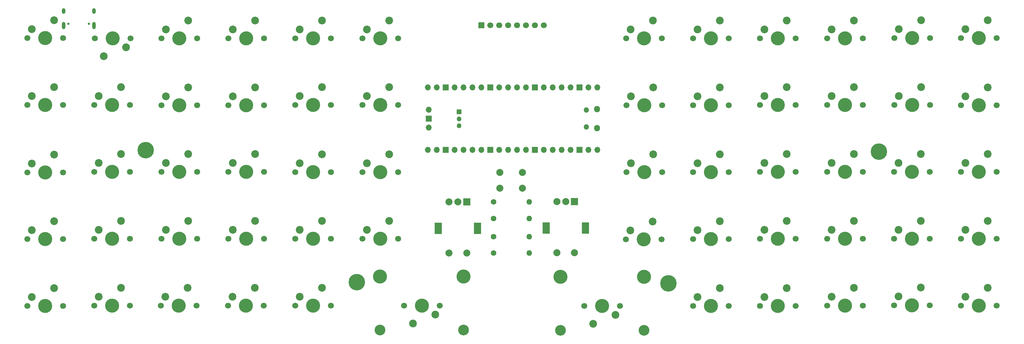
<source format=gbr>
%TF.GenerationSoftware,KiCad,Pcbnew,(5.1.12)-1*%
%TF.CreationDate,2022-06-19T17:50:05+02:00*%
%TF.ProjectId,Moledupy,4d6f6c65-6475-4707-992e-6b696361645f,rev?*%
%TF.SameCoordinates,Original*%
%TF.FileFunction,Soldermask,Top*%
%TF.FilePolarity,Negative*%
%FSLAX46Y46*%
G04 Gerber Fmt 4.6, Leading zero omitted, Abs format (unit mm)*
G04 Created by KiCad (PCBNEW (5.1.12)-1) date 2022-06-19 17:50:05*
%MOMM*%
%LPD*%
G01*
G04 APERTURE LIST*
%ADD10C,4.700000*%
%ADD11C,2.000000*%
%ADD12O,1.350000X1.350000*%
%ADD13R,1.350000X1.350000*%
%ADD14O,1.600000X1.600000*%
%ADD15C,1.600000*%
%ADD16C,3.050000*%
%ADD17C,4.000000*%
%ADD18C,1.700000*%
%ADD19C,2.200000*%
%ADD20R,1.700000X1.700000*%
%ADD21C,0.650000*%
%ADD22O,1.000000X1.600000*%
%ADD23O,1.000000X2.100000*%
%ADD24R,2.000000X2.000000*%
%ADD25R,2.000000X3.200000*%
%ADD26O,1.700000X1.700000*%
%ADD27O,1.500000X1.500000*%
%ADD28O,1.800000X1.800000*%
G04 APERTURE END LIST*
D10*
%TO.C,HOLE1*%
X187007500Y-79070200D03*
%TD*%
%TO.C,HOLE2*%
X98259900Y-78701900D03*
%TD*%
%TO.C,HOLE3*%
X246900700Y-41554400D03*
%TD*%
%TO.C,HOLE0*%
X38100000Y-41122600D03*
%TD*%
D11*
%TO.C,RESET1*%
X145438000Y-47498000D03*
X145438000Y-51998000D03*
X138938000Y-47498000D03*
X138938000Y-51998000D03*
%TD*%
D12*
%TO.C,J2*%
X127381000Y-34226000D03*
X127381000Y-32226000D03*
D13*
X127381000Y-30226000D03*
%TD*%
D14*
%TO.C,R4*%
X147372000Y-70463000D03*
D15*
X137212000Y-70463000D03*
%TD*%
D14*
%TO.C,R3*%
X147320000Y-65786000D03*
D15*
X137160000Y-65786000D03*
%TD*%
D16*
%TO.C,SW37*%
X156207360Y-92471000D03*
X180007360Y-92471000D03*
D17*
X180007360Y-77231000D03*
X156207360Y-77231000D03*
D18*
X163027360Y-85471000D03*
X173187360Y-85471000D03*
D17*
X168107360Y-85471000D03*
D19*
X171917360Y-88011000D03*
X165567360Y-90551000D03*
%TD*%
D16*
%TO.C,SW32*%
X104873960Y-92374480D03*
X128673960Y-92374480D03*
D17*
X128673960Y-77134480D03*
X104873960Y-77134480D03*
D18*
X111693960Y-85374480D03*
X121853960Y-85374480D03*
D17*
X116773960Y-85374480D03*
D19*
X120583960Y-87914480D03*
X114233960Y-90454480D03*
%TD*%
D18*
%TO.C,U2*%
X151511000Y-5588000D03*
X148971000Y-5588000D03*
X146431000Y-5588000D03*
X143891000Y-5588000D03*
X141351000Y-5588000D03*
X138811000Y-5588000D03*
X136271000Y-5588000D03*
D20*
X133731000Y-5588000D03*
%TD*%
D18*
%TO.C,SW62*%
X280436320Y-85374480D03*
X270276320Y-85374480D03*
D17*
X275356320Y-85374480D03*
D19*
X271546320Y-82834480D03*
X277896320Y-80294480D03*
%TD*%
D18*
%TO.C,SW61*%
X280436320Y-66360040D03*
X270276320Y-66360040D03*
D17*
X275356320Y-66360040D03*
D19*
X271546320Y-63820040D03*
X277896320Y-61280040D03*
%TD*%
D18*
%TO.C,SW60*%
X280436320Y-47345600D03*
X270276320Y-47345600D03*
D17*
X275356320Y-47345600D03*
D19*
X271546320Y-44805600D03*
X277896320Y-42265600D03*
%TD*%
D18*
%TO.C,SW59*%
X280451560Y-28315920D03*
X270291560Y-28315920D03*
D17*
X275371560Y-28315920D03*
D19*
X271561560Y-25775920D03*
X277911560Y-23235920D03*
%TD*%
D18*
%TO.C,SW58*%
X280456640Y-9240520D03*
X270296640Y-9240520D03*
D17*
X275376640Y-9240520D03*
D19*
X271566640Y-6700520D03*
X277916640Y-4160520D03*
%TD*%
D18*
%TO.C,SW57*%
X261411720Y-85354160D03*
X251251720Y-85354160D03*
D17*
X256331720Y-85354160D03*
D19*
X252521720Y-82814160D03*
X258871720Y-80274160D03*
%TD*%
D18*
%TO.C,SW56*%
X261411720Y-66339720D03*
X251251720Y-66339720D03*
D17*
X256331720Y-66339720D03*
D19*
X252521720Y-63799720D03*
X258871720Y-61259720D03*
%TD*%
D18*
%TO.C,SW55*%
X261442200Y-47325280D03*
X251282200Y-47325280D03*
D17*
X256362200Y-47325280D03*
D19*
X252552200Y-44785280D03*
X258902200Y-42245280D03*
%TD*%
D18*
%TO.C,SW54*%
X261487920Y-28260040D03*
X251327920Y-28260040D03*
D17*
X256407920Y-28260040D03*
D19*
X252597920Y-25720040D03*
X258947920Y-23180040D03*
%TD*%
D18*
%TO.C,SW53*%
X261472680Y-9235440D03*
X251312680Y-9235440D03*
D17*
X256392680Y-9235440D03*
D19*
X252582680Y-6695440D03*
X258932680Y-4155440D03*
%TD*%
D18*
%TO.C,SW52*%
X242371880Y-85374480D03*
X232211880Y-85374480D03*
D17*
X237291880Y-85374480D03*
D19*
X233481880Y-82834480D03*
X239831880Y-80294480D03*
%TD*%
D18*
%TO.C,SW51*%
X242392200Y-66354960D03*
X232232200Y-66354960D03*
D17*
X237312200Y-66354960D03*
D19*
X233502200Y-63814960D03*
X239852200Y-61274960D03*
%TD*%
D18*
%TO.C,SW50*%
X242371880Y-47310040D03*
X232211880Y-47310040D03*
D17*
X237291880Y-47310040D03*
D19*
X233481880Y-44770040D03*
X239831880Y-42230040D03*
%TD*%
D18*
%TO.C,SW49*%
X242371880Y-28244800D03*
X232211880Y-28244800D03*
D17*
X237291880Y-28244800D03*
D19*
X233481880Y-25704800D03*
X239831880Y-23164800D03*
%TD*%
D18*
%TO.C,SW48*%
X242382040Y-9260840D03*
X232222040Y-9260840D03*
D17*
X237302040Y-9260840D03*
D19*
X233492040Y-6720840D03*
X239842040Y-4180840D03*
%TD*%
D18*
%TO.C,SW47*%
X223235520Y-85486240D03*
X213075520Y-85486240D03*
D17*
X218155520Y-85486240D03*
D19*
X214345520Y-82946240D03*
X220695520Y-80406240D03*
%TD*%
D18*
%TO.C,SW46*%
X223205040Y-66390520D03*
X213045040Y-66390520D03*
D17*
X218125040Y-66390520D03*
D19*
X214315040Y-63850520D03*
X220665040Y-61310520D03*
%TD*%
D18*
%TO.C,SW45*%
X223220280Y-47345600D03*
X213060280Y-47345600D03*
D17*
X218140280Y-47345600D03*
D19*
X214330280Y-44805600D03*
X220680280Y-42265600D03*
%TD*%
D18*
%TO.C,SW44*%
X223250760Y-28295600D03*
X213090760Y-28295600D03*
D17*
X218170760Y-28295600D03*
D19*
X214360760Y-25755600D03*
X220710760Y-23215600D03*
%TD*%
D18*
%TO.C,SW43*%
X223255840Y-9250680D03*
X213095840Y-9250680D03*
D17*
X218175840Y-9250680D03*
D19*
X214365840Y-6710680D03*
X220715840Y-4170680D03*
%TD*%
D18*
%TO.C,SW42*%
X204160120Y-85476080D03*
X194000120Y-85476080D03*
D17*
X199080120Y-85476080D03*
D19*
X195270120Y-82936080D03*
X201620120Y-80396080D03*
%TD*%
D18*
%TO.C,SW41*%
X204170280Y-66446400D03*
X194010280Y-66446400D03*
D17*
X199090280Y-66446400D03*
D19*
X195280280Y-63906400D03*
X201630280Y-61366400D03*
%TD*%
D18*
%TO.C,SW40*%
X204160120Y-47391320D03*
X194000120Y-47391320D03*
D17*
X199080120Y-47391320D03*
D19*
X195270120Y-44851320D03*
X201620120Y-42311320D03*
%TD*%
D18*
%TO.C,SW39*%
X204185520Y-28346400D03*
X194025520Y-28346400D03*
D17*
X199105520Y-28346400D03*
D19*
X195295520Y-25806400D03*
X201645520Y-23266400D03*
%TD*%
D18*
%TO.C,SW38*%
X204185520Y-9291320D03*
X194025520Y-9291320D03*
D17*
X199105520Y-9291320D03*
D19*
X195295520Y-6751320D03*
X201645520Y-4211320D03*
%TD*%
D18*
%TO.C,SW36*%
X185028840Y-66517520D03*
X174868840Y-66517520D03*
D17*
X179948840Y-66517520D03*
D19*
X176138840Y-63977520D03*
X182488840Y-61437520D03*
%TD*%
D18*
%TO.C,SW35*%
X185176160Y-47401480D03*
X175016160Y-47401480D03*
D17*
X180096160Y-47401480D03*
D19*
X176286160Y-44861480D03*
X182636160Y-42321480D03*
%TD*%
D18*
%TO.C,SW34*%
X185176160Y-28351480D03*
X175016160Y-28351480D03*
D17*
X180096160Y-28351480D03*
D19*
X176286160Y-25811480D03*
X182636160Y-23271480D03*
%TD*%
D18*
%TO.C,SW33*%
X185155840Y-9306560D03*
X174995840Y-9306560D03*
D17*
X180075840Y-9306560D03*
D19*
X176265840Y-6766560D03*
X182615840Y-4226560D03*
%TD*%
D18*
%TO.C,SW31*%
X109992160Y-66390520D03*
X99832160Y-66390520D03*
D17*
X104912160Y-66390520D03*
D19*
X101102160Y-63850520D03*
X107452160Y-61310520D03*
%TD*%
D18*
%TO.C,SW30*%
X109982000Y-47426880D03*
X99822000Y-47426880D03*
D17*
X104902000Y-47426880D03*
D19*
X101092000Y-44886880D03*
X107442000Y-42346880D03*
%TD*%
D18*
%TO.C,SW29*%
X109982000Y-28275280D03*
X99822000Y-28275280D03*
D17*
X104902000Y-28275280D03*
D19*
X101092000Y-25735280D03*
X107442000Y-23195280D03*
%TD*%
D18*
%TO.C,SW28*%
X109982000Y-9291320D03*
X99822000Y-9291320D03*
D17*
X104902000Y-9291320D03*
D19*
X101092000Y-6751320D03*
X107442000Y-4211320D03*
%TD*%
D18*
%TO.C,SW27*%
X90850720Y-85399880D03*
X80690720Y-85399880D03*
D17*
X85770720Y-85399880D03*
D19*
X81960720Y-82859880D03*
X88310720Y-80319880D03*
%TD*%
D18*
%TO.C,SW26*%
X90896440Y-66339720D03*
X80736440Y-66339720D03*
D17*
X85816440Y-66339720D03*
D19*
X82006440Y-63799720D03*
X88356440Y-61259720D03*
%TD*%
D18*
%TO.C,SW25*%
X90886280Y-47426880D03*
X80726280Y-47426880D03*
D17*
X85806280Y-47426880D03*
D19*
X81996280Y-44886880D03*
X88346280Y-42346880D03*
%TD*%
D18*
%TO.C,SW24*%
X90886280Y-28275280D03*
X80726280Y-28275280D03*
D17*
X85806280Y-28275280D03*
D19*
X81996280Y-25735280D03*
X88346280Y-23195280D03*
%TD*%
D18*
%TO.C,SW23*%
X90921840Y-9255760D03*
X80761840Y-9255760D03*
D17*
X85841840Y-9255760D03*
D19*
X82031840Y-6715760D03*
X88381840Y-4175760D03*
%TD*%
D18*
%TO.C,SW22*%
X71744840Y-85384640D03*
X61584840Y-85384640D03*
D17*
X66664840Y-85384640D03*
D19*
X62854840Y-82844640D03*
X69204840Y-80304640D03*
%TD*%
D18*
%TO.C,SW21*%
X71800720Y-66339720D03*
X61640720Y-66339720D03*
D17*
X66720720Y-66339720D03*
D19*
X62910720Y-63799720D03*
X69260720Y-61259720D03*
%TD*%
D18*
%TO.C,SW20*%
X71800720Y-47299880D03*
X61640720Y-47299880D03*
D17*
X66720720Y-47299880D03*
D19*
X62910720Y-44759880D03*
X69260720Y-42219880D03*
%TD*%
D18*
%TO.C,SW19*%
X71800720Y-28310840D03*
X61640720Y-28310840D03*
D17*
X66720720Y-28310840D03*
D19*
X62910720Y-25770840D03*
X69260720Y-23230840D03*
%TD*%
D18*
%TO.C,SW18*%
X71841360Y-9291320D03*
X61681360Y-9291320D03*
D17*
X66761360Y-9291320D03*
D19*
X62951360Y-6751320D03*
X69301360Y-4211320D03*
%TD*%
D18*
%TO.C,SW17*%
X52649120Y-85384640D03*
X42489120Y-85384640D03*
D17*
X47569120Y-85384640D03*
D19*
X43759120Y-82844640D03*
X50109120Y-80304640D03*
%TD*%
D18*
%TO.C,SW16*%
X52745640Y-66360040D03*
X42585640Y-66360040D03*
D17*
X47665640Y-66360040D03*
D19*
X43855640Y-63820040D03*
X50205640Y-61280040D03*
%TD*%
D18*
%TO.C,SW15*%
X52745640Y-47320200D03*
X42585640Y-47320200D03*
D17*
X47665640Y-47320200D03*
D19*
X43855640Y-44780200D03*
X50205640Y-42240200D03*
%TD*%
D18*
%TO.C,SW14*%
X52755800Y-28310840D03*
X42595800Y-28310840D03*
D17*
X47675800Y-28310840D03*
D19*
X43865800Y-25770840D03*
X50215800Y-23230840D03*
%TD*%
D18*
%TO.C,SW13*%
X52755800Y-9271000D03*
X42595800Y-9271000D03*
D17*
X47675800Y-9271000D03*
D19*
X43865800Y-6731000D03*
X50215800Y-4191000D03*
%TD*%
D18*
%TO.C,SW12*%
X33655000Y-85399880D03*
X23495000Y-85399880D03*
D17*
X28575000Y-85399880D03*
D19*
X24765000Y-82859880D03*
X31115000Y-80319880D03*
%TD*%
D18*
%TO.C,SW11*%
X33655000Y-66349880D03*
X23495000Y-66349880D03*
D17*
X28575000Y-66349880D03*
D19*
X24765000Y-63809880D03*
X31115000Y-61269880D03*
%TD*%
D18*
%TO.C,SW10*%
X33655000Y-47299880D03*
X23495000Y-47299880D03*
D17*
X28575000Y-47299880D03*
D19*
X24765000Y-44759880D03*
X31115000Y-42219880D03*
%TD*%
D18*
%TO.C,SW9*%
X33655000Y-28249880D03*
X23495000Y-28249880D03*
D17*
X28575000Y-28249880D03*
D19*
X24765000Y-25709880D03*
X31115000Y-23169880D03*
%TD*%
D18*
%TO.C,SW8*%
X23622000Y-9271000D03*
X33782000Y-9271000D03*
D17*
X28702000Y-9271000D03*
D19*
X32512000Y-11811000D03*
X26162000Y-14351000D03*
%TD*%
%TO.C,SW7*%
X12065000Y-80431640D03*
X5715000Y-82971640D03*
D17*
X9525000Y-85511640D03*
D18*
X4445000Y-85511640D03*
X14605000Y-85511640D03*
%TD*%
D19*
%TO.C,SW6*%
X12065000Y-61386720D03*
X5715000Y-63926720D03*
D17*
X9525000Y-66466720D03*
D18*
X4445000Y-66466720D03*
X14605000Y-66466720D03*
%TD*%
%TO.C,SW5*%
X14605000Y-47437040D03*
X4445000Y-47437040D03*
D17*
X9525000Y-47437040D03*
D19*
X5715000Y-44897040D03*
X12065000Y-42357040D03*
%TD*%
D18*
%TO.C,SW4*%
X14605000Y-28249880D03*
X4445000Y-28249880D03*
D17*
X9525000Y-28249880D03*
D19*
X5715000Y-25709880D03*
X12065000Y-23169880D03*
%TD*%
D18*
%TO.C,SW3*%
X14605000Y-9199880D03*
X4445000Y-9199880D03*
D17*
X9525000Y-9199880D03*
D19*
X5715000Y-6659880D03*
X12065000Y-4119880D03*
%TD*%
D14*
%TO.C,R2*%
X147320000Y-55880000D03*
D15*
X137160000Y-55880000D03*
%TD*%
D14*
%TO.C,R1*%
X147320000Y-60579000D03*
D15*
X137160000Y-60579000D03*
%TD*%
D21*
%TO.C,J1*%
X16160000Y-5145000D03*
X21940000Y-5145000D03*
D22*
X23370000Y-1465000D03*
X14730000Y-1465000D03*
D23*
X23370000Y-5645000D03*
X14730000Y-5645000D03*
%TD*%
D24*
%TO.C,SW2*%
X129540000Y-55880000D03*
D11*
X127040000Y-55880000D03*
X124540000Y-55880000D03*
D25*
X132640000Y-63380000D03*
X121440000Y-63380000D03*
D11*
X129540000Y-70380000D03*
X124540000Y-70380000D03*
%TD*%
D24*
%TO.C,SW1*%
X160253680Y-55798720D03*
D11*
X157753680Y-55798720D03*
X155253680Y-55798720D03*
D25*
X163353680Y-63298720D03*
X152153680Y-63298720D03*
D11*
X160253680Y-70298720D03*
X155253680Y-70298720D03*
%TD*%
D26*
%TO.C,U1*%
X118721000Y-29591000D03*
D20*
X118721000Y-32131000D03*
D26*
X118721000Y-34671000D03*
D27*
X163591000Y-29706000D03*
X163591000Y-34556000D03*
D28*
X166621000Y-29406000D03*
X166621000Y-34856000D03*
D26*
X166751000Y-23241000D03*
X164211000Y-23241000D03*
D20*
X161671000Y-23241000D03*
D26*
X159131000Y-23241000D03*
X156591000Y-23241000D03*
X154051000Y-23241000D03*
X151511000Y-23241000D03*
D20*
X148971000Y-23241000D03*
D26*
X146431000Y-23241000D03*
X143891000Y-23241000D03*
X141351000Y-23241000D03*
X138811000Y-23241000D03*
D20*
X136271000Y-23241000D03*
D26*
X133731000Y-23241000D03*
X131191000Y-23241000D03*
X128651000Y-23241000D03*
X126111000Y-23241000D03*
D20*
X123571000Y-23241000D03*
D26*
X121031000Y-23241000D03*
X118491000Y-23241000D03*
X118491000Y-41021000D03*
X121031000Y-41021000D03*
D20*
X123571000Y-41021000D03*
D26*
X126111000Y-41021000D03*
X128651000Y-41021000D03*
X131191000Y-41021000D03*
X133731000Y-41021000D03*
D20*
X136271000Y-41021000D03*
D26*
X138811000Y-41021000D03*
X141351000Y-41021000D03*
X143891000Y-41021000D03*
X146431000Y-41021000D03*
D20*
X148971000Y-41021000D03*
D26*
X151511000Y-41021000D03*
X154051000Y-41021000D03*
X156591000Y-41021000D03*
X159131000Y-41021000D03*
D20*
X161671000Y-41021000D03*
D26*
X164211000Y-41021000D03*
X166751000Y-41021000D03*
%TD*%
M02*

</source>
